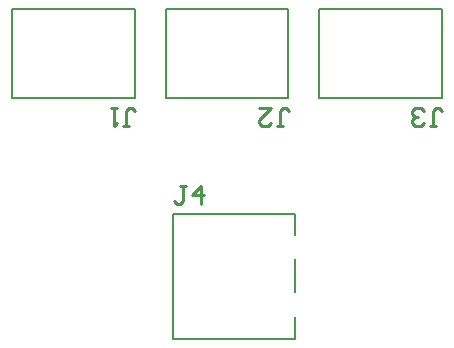
<source format=gbr>
%TF.GenerationSoftware,Altium Limited,Altium Designer,23.3.1 (30)*%
G04 Layer_Color=65535*
%FSLAX43Y43*%
%MOMM*%
%TF.SameCoordinates,FBF7E1D4-C1B8-4771-B9F0-462779BE4FB5*%
%TF.FilePolarity,Positive*%
%TF.FileFunction,Legend,Top*%
%TF.Part,Single*%
G01*
G75*
%TA.AperFunction,NonConductor*%
%ADD16C,0.200*%
%ADD17C,0.254*%
D16*
X26500Y20600D02*
X36900D01*
X26500D02*
Y28100D01*
X36900D01*
Y20600D02*
Y28100D01*
X13500Y20600D02*
X23900D01*
X13500D02*
Y28100D01*
X23900D01*
Y20600D02*
Y28100D01*
X500Y20600D02*
X10900D01*
X500D02*
Y28100D01*
X10900D01*
Y20600D02*
Y28100D01*
X24500Y9000D02*
Y10700D01*
Y4100D02*
Y6900D01*
Y200D02*
Y2000D01*
X14100Y200D02*
Y10700D01*
X24500D01*
X14100Y200D02*
X24500D01*
D17*
X15268Y13096D02*
X14760D01*
X15014D01*
Y11826D01*
X14760Y11573D01*
X14506D01*
X14252Y11826D01*
X16537Y11573D02*
Y13096D01*
X15776Y12334D01*
X16791D01*
X35919Y18221D02*
X36427D01*
X36173D01*
Y19490D01*
X36427Y19744D01*
X36681D01*
X36935Y19490D01*
X35412Y18475D02*
X35158Y18221D01*
X34650D01*
X34396Y18475D01*
Y18728D01*
X34650Y18982D01*
X34904D01*
X34650D01*
X34396Y19236D01*
Y19490D01*
X34650Y19744D01*
X35158D01*
X35412Y19490D01*
X22919Y18221D02*
X23427D01*
X23173D01*
Y19490D01*
X23427Y19744D01*
X23681D01*
X23935Y19490D01*
X21396Y19744D02*
X22412D01*
X21396Y18728D01*
Y18475D01*
X21650Y18221D01*
X22158D01*
X22412Y18475D01*
X9919Y18221D02*
X10427D01*
X10173D01*
Y19490D01*
X10427Y19744D01*
X10681D01*
X10935Y19490D01*
X9412Y19744D02*
X8904D01*
X9158D01*
Y18221D01*
X9412Y18475D01*
%TF.MD5,f401740ddb97dfe62aae6a6cdd24227a*%
M02*

</source>
